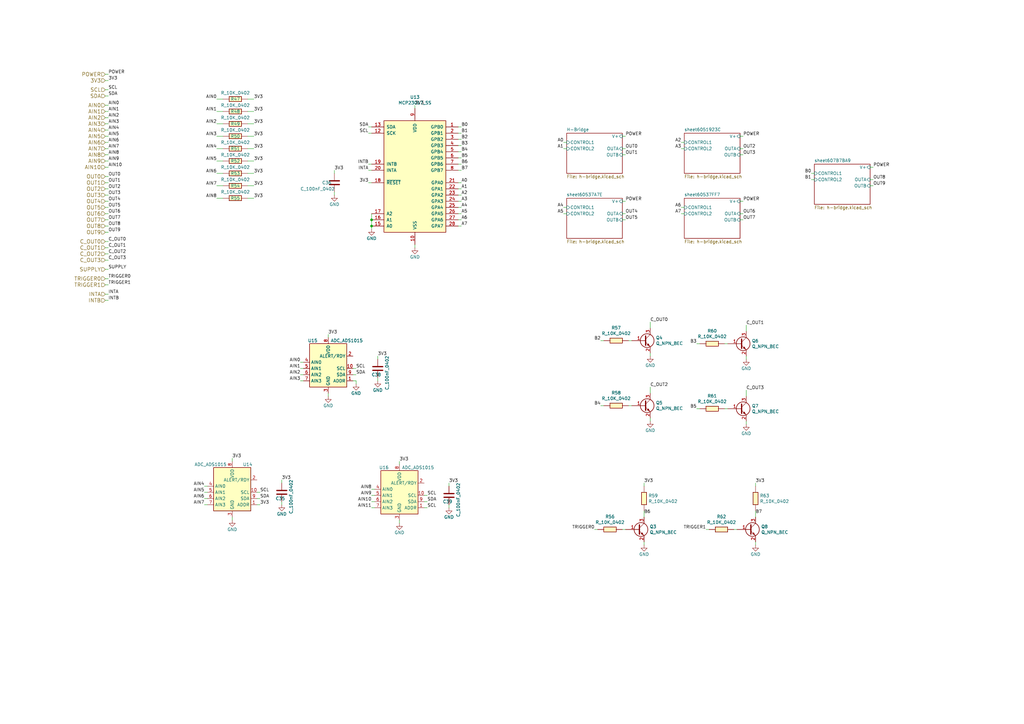
<source format=kicad_sch>
(kicad_sch (version 20211123) (generator eeschema)
  (paper "A3")
  (lib_symbols
    (symbol "Open_Automation:ADC_ADS1015"
      (property "Reference" "U" (at 2.54 13.97 0))
      (property "Value" "Open_Automation_ADC_ADS1015" (at 7.62 11.43 0))
      (symbol "ADC_ADS1015_0_1"
        (rectangle (start -7.62 10.16) (end 7.62 -7.62) (stroke (width 0.254)) (fill (type background)))
      )
      (symbol "ADC_ADS1015_1_1"
        (pin input line (at 10.16 -5.08 180) (length 2.54) (name "ADDR") (number "1"))
        (pin input line (at 10.16 0 180) (length 2.54) (name "SCL") (number "10"))
        (pin output line (at 10.16 5.08 180) (length 2.54) (name "ALERT/RDY") (number "2"))
        (pin power_in line (at 0 -10.16 90) (length 2.54) (name "GND") (number "3"))
        (pin input line (at -10.16 2.54 0) (length 2.54) (name "AIN0") (number "4"))
        (pin input line (at -10.16 0 0) (length 2.54) (name "AIN1") (number "5"))
        (pin input line (at -10.16 -2.54 0) (length 2.54) (name "AIN2") (number "6"))
        (pin input line (at -10.16 -5.08 0) (length 2.54) (name "AIN3") (number "7"))
        (pin power_in line (at 0 12.7 270) (length 2.54) (name "VDD") (number "8"))
        (pin bidirectional line (at 10.16 -2.54 180) (length 2.54) (name "SDA") (number "9"))
      )
    )
    (symbol "Open_Automation:C_100nF_0402" (pin_numbers hide) (pin_names (offset 0.254))
      (property "Reference" "C" (at 0.635 2.54 0))
      (property "Value" "Open_Automation_C_100nF_0402" (at -5.715 -2.54 0))
      (symbol "C_100nF_0402_0_1"
        (polyline (pts (xy -2.032 -0.762) (xy 2.032 -0.762)) (stroke (width 0.508)))
        (polyline (pts (xy -2.032 0.762) (xy 2.032 0.762)) (stroke (width 0.508)))
      )
      (symbol "C_100nF_0402_1_1"
        (pin passive line (at 0 3.81 270) (length 2.794) (name "~") (number "1"))
        (pin passive line (at 0 -3.81 90) (length 2.794) (name "~") (number "2"))
      )
    )
    (symbol "Open_Automation:MCP23017_SS" (pin_names (offset 1.016))
      (property "Reference" "U" (at -11.43 24.13 0))
      (property "Value" "Open_Automation_MCP23017_SS" (at 0 0 0))
      (symbol "MCP23017_SS_0_1"
        (rectangle (start -12.7 22.86) (end 12.7 -22.86) (stroke (width 0.254)) (fill (type background)))
      )
      (symbol "MCP23017_SS_1_1"
        (pin bidirectional line (at 17.78 20.32 180) (length 5.08) (name "GPB0") (number "1"))
        (pin power_in line (at 0 -27.94 90) (length 5.08) (name "VSS") (number "10"))
        (pin no_connect line (at -12.7 15.24 0) (length 5.08) hide (name "NC") (number "11"))
        (pin input line (at -17.78 17.78 0) (length 5.08) (name "SCK") (number "12"))
        (pin bidirectional line (at -17.78 20.32 0) (length 5.08) (name "SDA") (number "13"))
        (pin no_connect line (at -12.7 12.7 0) (length 5.08) hide (name "NC") (number "14"))
        (pin input line (at -17.78 -20.32 0) (length 5.08) (name "A0") (number "15"))
        (pin input line (at -17.78 -17.78 0) (length 5.08) (name "A1") (number "16"))
        (pin input line (at -17.78 -15.24 0) (length 5.08) (name "A2") (number "17"))
        (pin input line (at -17.78 -2.54 0) (length 5.08) (name "~{RESET}") (number "18"))
        (pin tri_state line (at -17.78 5.08 0) (length 5.08) (name "INTB") (number "19"))
        (pin bidirectional line (at 17.78 17.78 180) (length 5.08) (name "GPB1") (number "2"))
        (pin tri_state line (at -17.78 2.54 0) (length 5.08) (name "INTA") (number "20"))
        (pin bidirectional line (at 17.78 -2.54 180) (length 5.08) (name "GPA0") (number "21"))
        (pin bidirectional line (at 17.78 -5.08 180) (length 5.08) (name "GPA1") (number "22"))
        (pin bidirectional line (at 17.78 -7.62 180) (length 5.08) (name "GPA2") (number "23"))
        (pin bidirectional line (at 17.78 -10.16 180) (length 5.08) (name "GPA3") (number "24"))
        (pin bidirectional line (at 17.78 -12.7 180) (length 5.08) (name "GPA4") (number "25"))
        (pin bidirectional line (at 17.78 -15.24 180) (length 5.08) (name "GPA5") (number "26"))
        (pin bidirectional line (at 17.78 -17.78 180) (length 5.08) (name "GPA6") (number "27"))
        (pin bidirectional line (at 17.78 -20.32 180) (length 5.08) (name "GPA7") (number "28"))
        (pin bidirectional line (at 17.78 15.24 180) (length 5.08) (name "GPB2") (number "3"))
        (pin bidirectional line (at 17.78 12.7 180) (length 5.08) (name "GPB3") (number "4"))
        (pin bidirectional line (at 17.78 10.16 180) (length 5.08) (name "GPB4") (number "5"))
        (pin bidirectional line (at 17.78 7.62 180) (length 5.08) (name "GPB5") (number "6"))
        (pin bidirectional line (at 17.78 5.08 180) (length 5.08) (name "GPB6") (number "7"))
        (pin bidirectional line (at 17.78 2.54 180) (length 5.08) (name "GPB7") (number "8"))
        (pin power_in line (at 0 27.94 270) (length 5.08) (name "VDD") (number "9"))
      )
    )
    (symbol "Open_Automation:Q_NPN_BEC" (pin_names (offset 0) hide)
      (property "Reference" "Q" (at 5.08 1.27 0))
      (property "Value" "Open_Automation_Q_NPN_BEC" (at 5.08 -1.27 0))
      (symbol "Q_NPN_BEC_0_1"
        (polyline (pts (xy 0.635 0.635) (xy 2.54 2.54)))
        (polyline (pts (xy 0.635 -0.635) (xy 2.54 -2.54) (xy 2.54 -2.54)))
        (polyline (pts (xy 0.635 1.905) (xy 0.635 -1.905) (xy 0.635 -1.905)) (stroke (width 0.508)))
        (polyline (pts (xy 1.27 -1.778) (xy 1.778 -1.27) (xy 2.286 -2.286) (xy 1.27 -1.778) (xy 1.27 -1.778)) (fill (type outline)))
        (circle (center 1.27 0) (radius 2.8194) (stroke (width 0.254)))
      )
      (symbol "Q_NPN_BEC_1_1"
        (pin input line (at -5.08 0 0) (length 5.715) (name "B") (number "1"))
        (pin passive line (at 2.54 -5.08 90) (length 2.54) (name "E") (number "2"))
        (pin passive line (at 2.54 5.08 270) (length 2.54) (name "C") (number "3"))
      )
    )
    (symbol "Open_Automation:R_10K_0402" (pin_numbers hide) (pin_names (offset 0))
      (property "Reference" "R" (at 0 0 90))
      (property "Value" "Open_Automation_R_10K_0402" (at -1.905 0 90))
      (symbol "R_10K_0402_0_1"
        (rectangle (start -1.016 -2.54) (end 1.016 2.54) (stroke (width 0.254)) (fill (type background)))
      )
      (symbol "R_10K_0402_1_1"
        (pin passive line (at 0 -5.08 90) (length 2.54) (name "~") (number "1"))
        (pin passive line (at 0 5.08 270) (length 2.54) (name "~") (number "2"))
      )
    )
    (symbol "open-dash-daughterboard-rescue:GND-open-automation" (power) (pin_names (offset 0))
      (property "Value" "open-dash-daughterboard-rescue_GND-open-automation" (at 0 -3.81 0))
      (symbol "GND-open-automation_0_1"
        (polyline (pts (xy 0 0) (xy 0 -1.27) (xy 1.27 -1.27) (xy 0 -2.54) (xy -1.27 -1.27) (xy 0 -1.27)))
      )
      (symbol "GND-open-automation_1_1"
        (pin power_in line (at 0 0 270) (length 0) hide (name "GND") (number "1"))
      )
    )
    (symbol "open-dash-daughterboard-rescue:GND-power" (power) (pin_names (offset 0))
      (property "Value" "open-dash-daughterboard-rescue_GND-power" (at 0 -3.81 0))
      (symbol "GND-power_0_1"
        (polyline (pts (xy 0 0) (xy 0 -1.27) (xy 1.27 -1.27) (xy 0 -2.54) (xy -1.27 -1.27) (xy 0 -1.27)))
      )
      (symbol "GND-power_1_1"
        (pin power_in line (at 0 0 270) (length 0) hide (name "GND") (number "1"))
      )
    )
  )
  (junction (at 152.4 92.71))
  (junction (at 152.4 90.17))
  (wire (pts (xy 44.45 45.72) (xy 43.18 45.72)))
  (wire (pts (xy 189.23 74.93) (xy 187.96 74.93)))
  (wire (pts (xy 43.18 110.49) (xy 44.45 110.49)))
  (wire (pts (xy 358.14 76.2) (xy 356.87 76.2)))
  (wire (pts (xy 43.18 95.25) (xy 44.45 95.25)))
  (wire (pts (xy 43.18 90.17) (xy 44.45 90.17)))
  (wire (pts (xy 264.16 223.52) (xy 264.16 222.25)))
  (wire (pts (xy 246.38 139.7) (xy 247.65 139.7)))
  (wire (pts (xy 44.45 66.04) (xy 43.18 66.04)))
  (wire (pts (xy 44.45 36.83) (xy 43.18 36.83)))
  (wire (pts (xy 137.16 69.85) (xy 137.16 71.12)))
  (wire (pts (xy 152.4 92.71) (xy 152.4 90.17)))
  (wire (pts (xy 231.14 60.96) (xy 232.41 60.96)))
  (wire (pts (xy 152.4 203.2) (xy 153.67 203.2)))
  (wire (pts (xy 264.16 198.12) (xy 264.16 199.39)))
  (wire (pts (xy 152.4 200.66) (xy 153.67 200.66)))
  (wire (pts (xy 175.26 208.28) (xy 173.99 208.28)))
  (wire (pts (xy 256.54 90.17) (xy 255.27 90.17)))
  (wire (pts (xy 257.81 166.37) (xy 259.08 166.37)))
  (wire (pts (xy 187.96 82.55) (xy 189.23 82.55)))
  (wire (pts (xy 256.54 60.96) (xy 255.27 60.96)))
  (wire (pts (xy 306.07 173.99) (xy 306.07 172.72)))
  (wire (pts (xy 256.54 82.55) (xy 255.27 82.55)))
  (wire (pts (xy 83.82 199.39) (xy 85.09 199.39)))
  (wire (pts (xy 95.25 213.36) (xy 95.25 212.09)))
  (wire (pts (xy 257.81 139.7) (xy 259.08 139.7)))
  (wire (pts (xy 101.6 60.96) (xy 104.14 60.96)))
  (wire (pts (xy 151.13 74.93) (xy 152.4 74.93)))
  (wire (pts (xy 304.8 55.88) (xy 303.53 55.88)))
  (wire (pts (xy 44.45 63.5) (xy 43.18 63.5)))
  (wire (pts (xy 279.4 87.63) (xy 280.67 87.63)))
  (wire (pts (xy 134.62 138.43) (xy 134.62 137.16)))
  (wire (pts (xy 256.54 63.5) (xy 255.27 63.5)))
  (wire (pts (xy 91.44 81.28) (xy 88.9 81.28)))
  (wire (pts (xy 309.88 209.55) (xy 309.88 212.09)))
  (wire (pts (xy 101.6 71.12) (xy 104.14 71.12)))
  (wire (pts (xy 154.94 146.05) (xy 154.94 147.32)))
  (wire (pts (xy 105.41 204.47) (xy 106.68 204.47)))
  (wire (pts (xy 101.6 45.72) (xy 104.14 45.72)))
  (wire (pts (xy 146.05 156.21) (xy 144.78 156.21)))
  (wire (pts (xy 85.09 201.93) (xy 83.82 201.93)))
  (wire (pts (xy 266.7 146.05) (xy 266.7 144.78)))
  (wire (pts (xy 306.07 147.32) (xy 306.07 146.05)))
  (wire (pts (xy 189.23 62.23) (xy 187.96 62.23)))
  (wire (pts (xy 231.14 58.42) (xy 232.41 58.42)))
  (wire (pts (xy 91.44 50.8) (xy 88.9 50.8)))
  (wire (pts (xy 163.83 214.63) (xy 163.83 213.36)))
  (wire (pts (xy 151.13 54.61) (xy 152.4 54.61)))
  (wire (pts (xy 285.75 140.97) (xy 287.02 140.97)))
  (wire (pts (xy 106.68 201.93) (xy 105.41 201.93)))
  (wire (pts (xy 309.88 198.12) (xy 309.88 199.39)))
  (wire (pts (xy 153.67 205.74) (xy 152.4 205.74)))
  (wire (pts (xy 91.44 40.64) (xy 88.9 40.64)))
  (wire (pts (xy 151.13 52.07) (xy 152.4 52.07)))
  (wire (pts (xy 189.23 67.31) (xy 187.96 67.31)))
  (wire (pts (xy 91.44 76.2) (xy 88.9 76.2)))
  (wire (pts (xy 101.6 76.2) (xy 104.14 76.2)))
  (wire (pts (xy 43.18 114.3) (xy 44.45 114.3)))
  (wire (pts (xy 304.8 82.55) (xy 303.53 82.55)))
  (wire (pts (xy 170.18 43.18) (xy 170.18 44.45)))
  (wire (pts (xy 151.13 69.85) (xy 152.4 69.85)))
  (wire (pts (xy 189.23 57.15) (xy 187.96 57.15)))
  (wire (pts (xy 43.18 82.55) (xy 44.45 82.55)))
  (wire (pts (xy 189.23 90.17) (xy 187.96 90.17)))
  (wire (pts (xy 101.6 81.28) (xy 104.14 81.28)))
  (wire (pts (xy 44.45 55.88) (xy 43.18 55.88)))
  (wire (pts (xy 187.96 87.63) (xy 189.23 87.63)))
  (wire (pts (xy 44.45 120.65) (xy 43.18 120.65)))
  (wire (pts (xy 101.6 50.8) (xy 104.14 50.8)))
  (wire (pts (xy 44.45 123.19) (xy 43.18 123.19)))
  (wire (pts (xy 189.23 52.07) (xy 187.96 52.07)))
  (wire (pts (xy 231.14 85.09) (xy 232.41 85.09)))
  (wire (pts (xy 187.96 69.85) (xy 189.23 69.85)))
  (wire (pts (xy 44.45 43.18) (xy 43.18 43.18)))
  (wire (pts (xy 187.96 54.61) (xy 189.23 54.61)))
  (wire (pts (xy 175.26 203.2) (xy 173.99 203.2)))
  (wire (pts (xy 300.99 217.17) (xy 302.26 217.17)))
  (wire (pts (xy 115.57 196.85) (xy 115.57 198.12)))
  (wire (pts (xy 152.4 92.71) (xy 152.4 93.98)))
  (wire (pts (xy 44.45 48.26) (xy 43.18 48.26)))
  (wire (pts (xy 43.18 106.68) (xy 44.45 106.68)))
  (wire (pts (xy 187.96 64.77) (xy 189.23 64.77)))
  (wire (pts (xy 43.18 87.63) (xy 44.45 87.63)))
  (wire (pts (xy 106.68 207.01) (xy 105.41 207.01)))
  (wire (pts (xy 43.18 101.6) (xy 44.45 101.6)))
  (wire (pts (xy 173.99 205.74) (xy 175.26 205.74)))
  (wire (pts (xy 43.18 104.14) (xy 44.45 104.14)))
  (wire (pts (xy 44.45 50.8) (xy 43.18 50.8)))
  (wire (pts (xy 44.45 39.37) (xy 43.18 39.37)))
  (wire (pts (xy 43.18 92.71) (xy 44.45 92.71)))
  (wire (pts (xy 43.18 85.09) (xy 44.45 85.09)))
  (wire (pts (xy 85.09 207.01) (xy 83.82 207.01)))
  (wire (pts (xy 146.05 151.13) (xy 144.78 151.13)))
  (wire (pts (xy 43.18 74.93) (xy 44.45 74.93)))
  (wire (pts (xy 184.15 207.01) (xy 184.15 208.28)))
  (wire (pts (xy 91.44 66.04) (xy 88.9 66.04)))
  (wire (pts (xy 304.8 63.5) (xy 303.53 63.5)))
  (wire (pts (xy 123.19 153.67) (xy 124.46 153.67)))
  (wire (pts (xy 144.78 153.67) (xy 146.05 153.67)))
  (wire (pts (xy 152.4 208.28) (xy 153.67 208.28)))
  (wire (pts (xy 146.05 157.48) (xy 146.05 156.21)))
  (wire (pts (xy 279.4 60.96) (xy 280.67 60.96)))
  (wire (pts (xy 306.07 133.35) (xy 306.07 135.89)))
  (wire (pts (xy 123.19 156.21) (xy 124.46 156.21)))
  (wire (pts (xy 163.83 190.5) (xy 163.83 189.23)))
  (wire (pts (xy 255.27 217.17) (xy 256.54 217.17)))
  (wire (pts (xy 187.96 59.69) (xy 189.23 59.69)))
  (wire (pts (xy 187.96 92.71) (xy 189.23 92.71)))
  (wire (pts (xy 187.96 77.47) (xy 189.23 77.47)))
  (wire (pts (xy 309.88 223.52) (xy 309.88 222.25)))
  (wire (pts (xy 91.44 45.72) (xy 88.9 45.72)))
  (wire (pts (xy 91.44 71.12) (xy 88.9 71.12)))
  (wire (pts (xy 266.7 172.72) (xy 266.7 171.45)))
  (wire (pts (xy 101.6 55.88) (xy 104.14 55.88)))
  (wire (pts (xy 266.7 158.75) (xy 266.7 161.29)))
  (wire (pts (xy 285.75 167.64) (xy 287.02 167.64)))
  (wire (pts (xy 332.74 71.12) (xy 334.01 71.12)))
  (wire (pts (xy 151.13 67.31) (xy 152.4 67.31)))
  (wire (pts (xy 306.07 160.02) (xy 306.07 162.56)))
  (wire (pts (xy 154.94 154.94) (xy 154.94 156.21)))
  (wire (pts (xy 184.15 198.12) (xy 184.15 199.39)))
  (wire (pts (xy 95.25 189.23) (xy 95.25 187.96)))
  (wire (pts (xy 358.14 73.66) (xy 356.87 73.66)))
  (wire (pts (xy 243.84 217.17) (xy 245.11 217.17)))
  (wire (pts (xy 44.45 33.02) (xy 43.18 33.02)))
  (wire (pts (xy 123.19 151.13) (xy 124.46 151.13)))
  (wire (pts (xy 44.45 30.48) (xy 43.18 30.48)))
  (wire (pts (xy 83.82 204.47) (xy 85.09 204.47)))
  (wire (pts (xy 266.7 132.08) (xy 266.7 134.62)))
  (wire (pts (xy 358.14 68.58) (xy 356.87 68.58)))
  (wire (pts (xy 123.19 148.59) (xy 124.46 148.59)))
  (wire (pts (xy 189.23 85.09) (xy 187.96 85.09)))
  (wire (pts (xy 304.8 87.63) (xy 303.53 87.63)))
  (wire (pts (xy 44.45 53.34) (xy 43.18 53.34)))
  (wire (pts (xy 44.45 77.47) (xy 43.18 77.47)))
  (wire (pts (xy 332.74 73.66) (xy 334.01 73.66)))
  (wire (pts (xy 43.18 99.06) (xy 44.45 99.06)))
  (wire (pts (xy 44.45 80.01) (xy 43.18 80.01)))
  (wire (pts (xy 44.45 60.96) (xy 43.18 60.96)))
  (wire (pts (xy 170.18 101.6) (xy 170.18 100.33)))
  (wire (pts (xy 44.45 68.58) (xy 43.18 68.58)))
  (wire (pts (xy 91.44 60.96) (xy 88.9 60.96)))
  (wire (pts (xy 246.38 166.37) (xy 247.65 166.37)))
  (wire (pts (xy 152.4 87.63) (xy 152.4 90.17)))
  (wire (pts (xy 256.54 87.63) (xy 255.27 87.63)))
  (wire (pts (xy 279.4 85.09) (xy 280.67 85.09)))
  (wire (pts (xy 279.4 58.42) (xy 280.67 58.42)))
  (wire (pts (xy 101.6 40.64) (xy 104.14 40.64)))
  (wire (pts (xy 297.18 140.97) (xy 298.45 140.97)))
  (wire (pts (xy 304.8 90.17) (xy 303.53 90.17)))
  (wire (pts (xy 44.45 58.42) (xy 43.18 58.42)))
  (wire (pts (xy 101.6 66.04) (xy 104.14 66.04)))
  (wire (pts (xy 91.44 55.88) (xy 88.9 55.88)))
  (wire (pts (xy 297.18 167.64) (xy 298.45 167.64)))
  (wire (pts (xy 137.16 78.74) (xy 137.16 80.01)))
  (wire (pts (xy 134.62 161.29) (xy 134.62 162.56)))
  (wire (pts (xy 43.18 72.39) (xy 44.45 72.39)))
  (wire (pts (xy 44.45 116.84) (xy 43.18 116.84)))
  (wire (pts (xy 115.57 205.74) (xy 115.57 207.01)))
  (wire (pts (xy 256.54 55.88) (xy 255.27 55.88)))
  (wire (pts (xy 264.16 209.55) (xy 264.16 212.09)))
  (wire (pts (xy 289.56 217.17) (xy 290.83 217.17)))
  (wire (pts (xy 231.14 87.63) (xy 232.41 87.63)))
  (wire (pts (xy 304.8 60.96) (xy 303.53 60.96)))
  (wire (pts (xy 189.23 80.01) (xy 187.96 80.01)))
  (label "POWER" (at 358.14 68.58 0))
  (label "AIN3" (at 123.19 156.21 180))
  (label "AIN4" (at 88.9 60.96 180))
  (label "3V3" (at 134.62 137.16 0))
  (label "AIN2" (at 44.45 48.26 0))
  (label "OUT9" (at 358.14 76.2 0))
  (label "3V3" (at 104.14 76.2 0))
  (label "OUT0" (at 256.54 60.96 0))
  (label "OUT4" (at 44.45 82.55 0))
  (label "SDA" (at 146.05 153.67 0))
  (label "OUT4" (at 256.54 87.63 0))
  (label "A1" (at 189.23 77.47 0))
  (label "B3" (at 285.75 140.97 180))
  (label "OUT0" (at 44.45 72.39 0))
  (label "B2" (at 189.23 57.15 0))
  (label "AIN7" (at 88.9 76.2 180))
  (label "INTB" (at 44.45 123.19 0))
  (label "B4" (at 189.23 62.23 0))
  (label "AIN7" (at 44.45 60.96 0))
  (label "OUT6" (at 44.45 87.63 0))
  (label "3V3" (at 264.16 198.12 0))
  (label "AIN9" (at 44.45 66.04 0))
  (label "SDA" (at 106.68 204.47 0))
  (label "B5" (at 189.23 64.77 0))
  (label "3V3" (at 104.14 40.64 0))
  (label "AIN2" (at 88.9 50.8 180))
  (label "AIN6" (at 83.82 204.47 180))
  (label "AIN6" (at 88.9 71.12 180))
  (label "OUT5" (at 44.45 85.09 0))
  (label "SDA" (at 175.26 205.74 0))
  (label "OUT3" (at 304.8 63.5 0))
  (label "C_OUT2" (at 266.7 158.75 0))
  (label "B0" (at 189.23 52.07 0))
  (label "SCL" (at 146.05 151.13 0))
  (label "C_OUT0" (at 44.45 99.06 0))
  (label "AIN1" (at 44.45 45.72 0))
  (label "AIN10" (at 152.4 205.74 180))
  (label "AIN3" (at 88.9 55.88 180))
  (label "A4" (at 189.23 85.09 0))
  (label "A2" (at 189.23 80.01 0))
  (label "SDA" (at 44.45 39.37 0))
  (label "3V3" (at 115.57 196.85 0))
  (label "B6" (at 189.23 67.31 0))
  (label "B7" (at 189.23 69.85 0))
  (label "C_OUT1" (at 44.45 101.6 0))
  (label "SCL" (at 175.26 203.2 0))
  (label "C_OUT2" (at 44.45 104.14 0))
  (label "3V3" (at 104.14 50.8 0))
  (label "SCL" (at 44.45 36.83 0))
  (label "A0" (at 189.23 74.93 0))
  (label "OUT7" (at 44.45 90.17 0))
  (label "INTA" (at 151.13 69.85 180))
  (label "TRIGGER0" (at 44.45 114.3 0))
  (label "AIN0" (at 123.19 148.59 180))
  (label "OUT5" (at 256.54 90.17 0))
  (label "B2" (at 246.38 139.7 180))
  (label "AIN0" (at 88.9 40.64 180))
  (label "AIN5" (at 88.9 66.04 180))
  (label "3V3" (at 151.13 74.93 180))
  (label "C_OUT3" (at 306.07 160.02 0))
  (label "TRIGGER1" (at 44.45 116.84 0))
  (label "OUT2" (at 44.45 77.47 0))
  (label "INTA" (at 44.45 120.65 0))
  (label "C_OUT1" (at 306.07 133.35 0))
  (label "3V3" (at 184.15 198.12 0))
  (label "SDA" (at 151.13 52.07 180))
  (label "A5" (at 189.23 87.63 0))
  (label "3V3" (at 104.14 71.12 0))
  (label "A5" (at 231.14 87.63 180))
  (label "TRIGGER1" (at 289.56 217.17 180))
  (label "OUT1" (at 256.54 63.5 0))
  (label "B4" (at 246.38 166.37 180))
  (label "A7" (at 279.4 87.63 180))
  (label "AIN8" (at 44.45 63.5 0))
  (label "OUT6" (at 304.8 87.63 0))
  (label "3V3" (at 137.16 69.85 0))
  (label "B6" (at 264.16 210.82 0))
  (label "A6" (at 189.23 90.17 0))
  (label "B1" (at 332.74 73.66 180))
  (label "AIN1" (at 88.9 45.72 180))
  (label "POWER" (at 304.8 55.88 0))
  (label "3V3" (at 104.14 55.88 0))
  (label "B0" (at 332.74 71.12 180))
  (label "3V3" (at 170.18 43.18 0))
  (label "AIN7" (at 83.82 207.01 180))
  (label "AIN3" (at 44.45 50.8 0))
  (label "B3" (at 189.23 59.69 0))
  (label "3V3" (at 106.68 207.01 0))
  (label "SUPPLY" (at 44.45 110.49 0))
  (label "3V3" (at 163.83 189.23 0))
  (label "3V3" (at 104.14 45.72 0))
  (label "INTB" (at 151.13 67.31 180))
  (label "AIN1" (at 123.19 151.13 180))
  (label "3V3" (at 154.94 146.05 0))
  (label "OUT2" (at 304.8 60.96 0))
  (label "B1" (at 189.23 54.61 0))
  (label "3V3" (at 104.14 66.04 0))
  (label "AIN6" (at 44.45 58.42 0))
  (label "A6" (at 279.4 85.09 180))
  (label "C_OUT3" (at 44.45 106.68 0))
  (label "OUT9" (at 44.45 95.25 0))
  (label "SCL" (at 151.13 54.61 180))
  (label "C_OUT0" (at 266.7 132.08 0))
  (label "3V3" (at 104.14 81.28 0))
  (label "A3" (at 279.4 60.96 180))
  (label "AIN5" (at 83.82 201.93 180))
  (label "AIN2" (at 123.19 153.67 180))
  (label "POWER" (at 304.8 82.55 0))
  (label "A0" (at 231.14 58.42 180))
  (label "3V3" (at 104.14 60.96 0))
  (label "OUT8" (at 44.45 92.71 0))
  (label "AIN4" (at 44.45 53.34 0))
  (label "POWER" (at 256.54 82.55 0))
  (label "A1" (at 231.14 60.96 180))
  (label "SCL" (at 175.26 208.28 0))
  (label "OUT8" (at 358.14 73.66 0))
  (label "POWER" (at 44.45 30.48 0))
  (label "B7" (at 309.88 210.82 0))
  (label "OUT1" (at 44.45 74.93 0))
  (label "AIN4" (at 83.82 199.39 180))
  (label "3V3" (at 95.25 187.96 0))
  (label "A4" (at 231.14 85.09 180))
  (label "B5" (at 285.75 167.64 180))
  (label "3V3" (at 44.45 33.02 0))
  (label "A7" (at 189.23 92.71 0))
  (label "TRIGGER0" (at 243.84 217.17 180))
  (label "POWER" (at 256.54 55.88 0))
  (label "SCL" (at 106.68 201.93 0))
  (label "3V3" (at 309.88 198.12 0))
  (label "AIN10" (at 44.45 68.58 0))
  (label "A3" (at 189.23 82.55 0))
  (label "OUT3" (at 44.45 80.01 0))
  (label "AIN11" (at 152.4 208.28 180))
  (label "OUT7" (at 304.8 90.17 0))
  (label "A2" (at 279.4 58.42 180))
  (label "AIN8" (at 152.4 200.66 180))
  (label "AIN0" (at 44.45 43.18 0))
  (label "AIN5" (at 44.45 55.88 0))
  (label "AIN9" (at 152.4 203.2 180))
  (label "AIN8" (at 88.9 81.28 180))
  (hierarchical_label "AIN3" (shape input) (at 43.18 50.8 180) (effects (font (size 1.524 1.524))))
  (hierarchical_label "SCL" (shape input) (at 43.18 36.83 180) (effects (font (size 1.524 1.524))))
  (hierarchical_label "OUT9" (shape input) (at 43.18 95.25 180) (effects (font (size 1.524 1.524))))
  (hierarchical_label "AIN9" (shape input) (at 43.18 66.04 180) (effects (font (size 1.524 1.524))))
  (hierarchical_label "TRIGGER1" (shape input) (at 43.18 116.84 180) (effects (font (size 1.524 1.524))))
  (hierarchical_label "OUT0" (shape input) (at 43.18 72.39 180) (effects (font (size 1.524 1.524))))
  (hierarchical_label "INTB" (shape input) (at 43.18 123.19 180) (effects (font (size 1.524 1.524))))
  (hierarchical_label "C_OUT2" (shape input) (at 43.18 104.14 180) (effects (font (size 1.524 1.524))))
  (hierarchical_label "INTA" (shape input) (at 43.18 120.65 180) (effects (font (size 1.524 1.524))))
  (hierarchical_label "C_OUT1" (shape input) (at 43.18 101.6 180) (effects (font (size 1.524 1.524))))
  (hierarchical_label "AIN10" (shape input) (at 43.18 68.58 180) (effects (font (size 1.524 1.524))))
  (hierarchical_label "OUT7" (shape input) (at 43.18 90.17 180) (effects (font (size 1.524 1.524))))
  (hierarchical_label "OUT2" (shape input) (at 43.18 77.47 180) (effects (font (size 1.524 1.524))))
  (hierarchical_label "OUT1" (shape input) (at 43.18 74.93 180) (effects (font (size 1.524 1.524))))
  (hierarchical_label "AIN4" (shape input) (at 43.18 53.34 180) (effects (font (size 1.524 1.524))))
  (hierarchical_label "OUT6" (shape input) (at 43.18 87.63 180) (effects (font (size 1.524 1.524))))
  (hierarchical_label "AIN0" (shape input) (at 43.18 43.18 180) (effects (font (size 1.524 1.524))))
  (hierarchical_label "OUT5" (shape input) (at 43.18 85.09 180) (effects (font (size 1.524 1.524))))
  (hierarchical_label "C_OUT0" (shape input) (at 43.18 99.06 180) (effects (font (size 1.524 1.524))))
  (hierarchical_label "TRIGGER0" (shape input) (at 43.18 114.3 180) (effects (font (size 1.524 1.524))))
  (hierarchical_label "AIN6" (shape input) (at 43.18 58.42 180) (effects (font (size 1.524 1.524))))
  (hierarchical_label "SUPPLY" (shape input) (at 43.18 110.49 180) (effects (font (size 1.524 1.524))))
  (hierarchical_label "C_OUT3" (shape input) (at 43.18 106.68 180) (effects (font (size 1.524 1.524))))
  (hierarchical_label "AIN8" (shape input) (at 43.18 63.5 180) (effects (font (size 1.524 1.524))))
  (hierarchical_label "AIN7" (shape input) (at 43.18 60.96 180) (effects (font (size 1.524 1.524))))
  (hierarchical_label "AIN1" (shape input) (at 43.18 45.72 180) (effects (font (size 1.524 1.524))))
  (hierarchical_label "AIN2" (shape input) (at 43.18 48.26 180) (effects (font (size 1.524 1.524))))
  (hierarchical_label "SDA" (shape input) (at 43.18 39.37 180) (effects (font (size 1.524 1.524))))
  (hierarchical_label "POWER" (shape input) (at 43.18 30.48 180) (effects (font (size 1.524 1.524))))
  (hierarchical_label "AIN5" (shape input) (at 43.18 55.88 180) (effects (font (size 1.524 1.524))))
  (hierarchical_label "OUT3" (shape input) (at 43.18 80.01 180) (effects (font (size 1.524 1.524))))
  (hierarchical_label "OUT4" (shape input) (at 43.18 82.55 180) (effects (font (size 1.524 1.524))))
  (hierarchical_label "3V3" (shape input) (at 43.18 33.02 180) (effects (font (size 1.524 1.524))))
  (hierarchical_label "OUT8" (shape input) (at 43.18 92.71 180) (effects (font (size 1.524 1.524))))
  (symbol (lib_id "open-dash-daughterboard-rescue:GND-open-automation") (at 152.4 93.98 0)
    (property "Reference" "#PWR096" (effects hide))
    (property "Value" "GND" (at 152.4 97.79 0))
  )
  (symbol (lib_id "Open_Automation:R_10K_0402") (at 96.52 40.64 270)
    (property "Reference" "R47" (at 96.52 40.64 90))
    (property "Value" "R_10K_0402" (at 96.52 38.1 90))
    (property "Footprint" "Resistor_SMD:R_0402_1005Metric_Pad0.72x0.64mm_HandSolder" (effects hide))
    (property "Datasheet" "https://datasheet.lcsc.com/szlcsc/Uniroyal-Elec-0402WGF1002TCE_C25744.pdf" (effects hide))
    (property "Part Number" "0402WGF1002TCE" (effects hide))
    (property "LCSC" "C25744" (effects hide))
  )
  (symbol (lib_id "Open_Automation:R_10K_0402") (at 96.52 45.72 270)
    (property "Reference" "R48" (at 96.52 45.72 90))
    (property "Value" "R_10K_0402" (at 96.52 43.18 90))
    (property "Footprint" "Resistor_SMD:R_0402_1005Metric_Pad0.72x0.64mm_HandSolder" (effects hide))
    (property "Datasheet" "https://datasheet.lcsc.com/szlcsc/Uniroyal-Elec-0402WGF1002TCE_C25744.pdf" (effects hide))
    (property "Part Number" "0402WGF1002TCE" (effects hide))
    (property "LCSC" "C25744" (effects hide))
  )
  (symbol (lib_id "Open_Automation:R_10K_0402") (at 96.52 50.8 270)
    (property "Reference" "R49" (at 96.52 50.8 90))
    (property "Value" "R_10K_0402" (at 96.52 48.26 90))
    (property "Footprint" "Resistor_SMD:R_0402_1005Metric_Pad0.72x0.64mm_HandSolder" (effects hide))
    (property "Datasheet" "https://datasheet.lcsc.com/szlcsc/Uniroyal-Elec-0402WGF1002TCE_C25744.pdf" (effects hide))
    (property "Part Number" "0402WGF1002TCE" (effects hide))
    (property "LCSC" "C25744" (effects hide))
  )
  (symbol (lib_id "Open_Automation:R_10K_0402") (at 96.52 55.88 270)
    (property "Reference" "R50" (at 96.52 55.88 90))
    (property "Value" "R_10K_0402" (at 96.52 53.34 90))
    (property "Footprint" "Resistor_SMD:R_0402_1005Metric_Pad0.72x0.64mm_HandSolder" (effects hide))
    (property "Datasheet" "https://datasheet.lcsc.com/szlcsc/Uniroyal-Elec-0402WGF1002TCE_C25744.pdf" (effects hide))
    (property "Part Number" "0402WGF1002TCE" (effects hide))
    (property "LCSC" "C25744" (effects hide))
  )
  (symbol (lib_id "Open_Automation:R_10K_0402") (at 96.52 60.96 270)
    (property "Reference" "R51" (at 96.52 60.96 90))
    (property "Value" "R_10K_0402" (at 96.52 58.42 90))
    (property "Footprint" "Resistor_SMD:R_0402_1005Metric_Pad0.72x0.64mm_HandSolder" (effects hide))
    (property "Datasheet" "https://datasheet.lcsc.com/szlcsc/Uniroyal-Elec-0402WGF1002TCE_C25744.pdf" (effects hide))
    (property "Part Number" "0402WGF1002TCE" (effects hide))
    (property "LCSC" "C25744" (effects hide))
  )
  (symbol (lib_id "Open_Automation:R_10K_0402") (at 96.52 66.04 270)
    (property "Reference" "R52" (at 96.52 66.04 90))
    (property "Value" "R_10K_0402" (at 96.52 63.5 90))
    (property "Footprint" "Resistor_SMD:R_0402_1005Metric_Pad0.72x0.64mm_HandSolder" (effects hide))
    (property "Datasheet" "https://datasheet.lcsc.com/szlcsc/Uniroyal-Elec-0402WGF1002TCE_C25744.pdf" (effects hide))
    (property "Part Number" "0402WGF1002TCE" (effects hide))
    (property "LCSC" "C25744" (effects hide))
  )
  (symbol (lib_id "Open_Automation:R_10K_0402") (at 96.52 71.12 270)
    (property "Reference" "R53" (at 96.52 71.12 90))
    (property "Value" "R_10K_0402" (at 96.52 68.58 90))
    (property "Footprint" "Resistor_SMD:R_0402_1005Metric_Pad0.72x0.64mm_HandSolder" (effects hide))
    (property "Datasheet" "https://datasheet.lcsc.com/szlcsc/Uniroyal-Elec-0402WGF1002TCE_C25744.pdf" (effects hide))
    (property "Part Number" "0402WGF1002TCE" (effects hide))
    (property "LCSC" "C25744" (effects hide))
  )
  (symbol (lib_id "Open_Automation:R_10K_0402") (at 96.52 76.2 270)
    (property "Reference" "R54" (at 96.52 76.2 90))
    (property "Value" "R_10K_0402" (at 96.52 73.66 90))
    (property "Footprint" "Resistor_SMD:R_0402_1005Metric_Pad0.72x0.64mm_HandSolder" (effects hide))
    (property "Datasheet" "https://datasheet.lcsc.com/szlcsc/Uniroyal-Elec-0402WGF1002TCE_C25744.pdf" (effects hide))
    (property "Part Number" "0402WGF1002TCE" (effects hide))
    (property "LCSC" "C25744" (effects hide))
  )
  (symbol (lib_id "Open_Automation:R_10K_0402") (at 96.52 81.28 270)
    (property "Reference" "R55" (at 96.52 81.28 90))
    (property "Value" "R_10K_0402" (at 96.52 78.74 90))
    (property "Footprint" "Resistor_SMD:R_0402_1005Metric_Pad0.72x0.64mm_HandSolder" (effects hide))
    (property "Datasheet" "https://datasheet.lcsc.com/szlcsc/Uniroyal-Elec-0402WGF1002TCE_C25744.pdf" (effects hide))
    (property "Part Number" "0402WGF1002TCE" (effects hide))
    (property "LCSC" "C25744" (effects hide))
  )
  (symbol (lib_id "Open_Automation:Q_NPN_BEC") (at 264.16 139.7 0)
    (property "Reference" "Q4" (at 269.0114 138.5316 0) (effects (justify left)))
    (property "Value" "Q_NPN_BEC" (at 269.0114 140.843 0) (effects (justify left)))
    (property "Footprint" "Package_TO_SOT_SMD:SOT-23" (effects hide))
    (property "Datasheet" "https://datasheet.lcsc.com/szlcsc/Changjiang-Electronics-Tech-CJ-SS8050_C2150.pdf" (effects hide))
    (property "LCSC" "C2150" (effects hide))
    (property "Part Number" "SS8050" (effects hide))
  )
  (symbol (lib_id "Open_Automation:R_10K_0402") (at 252.73 139.7 270)
    (property "Reference" "R57" (at 252.73 134.4422 90))
    (property "Value" "R_10K_0402" (at 252.73 136.7536 90))
    (property "Footprint" "Resistor_SMD:R_0402_1005Metric_Pad0.72x0.64mm_HandSolder" (effects hide))
    (property "Datasheet" "https://datasheet.lcsc.com/szlcsc/Uniroyal-Elec-0402WGF1002TCE_C25744.pdf" (effects hide))
    (property "Part Number" "0402WGF1002TCE" (effects hide))
    (property "LCSC" "C25744" (effects hide))
  )
  (symbol (lib_id "open-dash-daughterboard-rescue:GND-open-automation") (at 266.7 146.05 0) (mirror y)
    (property "Reference" "#PWR0100" (effects hide))
    (property "Value" "GND" (at 266.7 149.86 0))
  )
  (symbol (lib_id "open-dash-daughterboard-rescue:GND-power") (at 137.16 80.01 0)
    (property "Reference" "#PWR0141" (effects hide))
    (property "Value" "GND" (at 137.16 83.82 0))
  )
  (symbol (lib_id "Open_Automation:Q_NPN_BEC") (at 303.53 140.97 0)
    (property "Reference" "Q6" (at 308.3814 139.8016 0) (effects (justify left)))
    (property "Value" "Q_NPN_BEC" (at 308.3814 142.113 0) (effects (justify left)))
    (property "Footprint" "Package_TO_SOT_SMD:SOT-23" (effects hide))
    (property "Datasheet" "https://datasheet.lcsc.com/szlcsc/Changjiang-Electronics-Tech-CJ-SS8050_C2150.pdf" (effects hide))
    (property "LCSC" "C2150" (effects hide))
    (property "Part Number" "SS8050" (effects hide))
  )
  (symbol (lib_id "Open_Automation:R_10K_0402") (at 292.1 140.97 270)
    (property "Reference" "R60" (at 292.1 135.7122 90))
    (property "Value" "R_10K_0402" (at 292.1 138.0236 90))
    (property "Footprint" "Resistor_SMD:R_0402_1005Metric_Pad0.72x0.64mm_HandSolder" (effects hide))
    (property "Datasheet" "https://datasheet.lcsc.com/szlcsc/Uniroyal-Elec-0402WGF1002TCE_C25744.pdf" (effects hide))
    (property "Part Number" "0402WGF1002TCE" (effects hide))
    (property "LCSC" "C25744" (effects hide))
  )
  (symbol (lib_id "open-dash-daughterboard-rescue:GND-open-automation") (at 306.07 147.32 0) (mirror y)
    (property "Reference" "#PWR0102" (effects hide))
    (property "Value" "GND" (at 306.07 151.13 0))
  )
  (symbol (lib_id "Open_Automation:Q_NPN_BEC") (at 264.16 166.37 0)
    (property "Reference" "Q5" (at 269.0114 165.2016 0) (effects (justify left)))
    (property "Value" "Q_NPN_BEC" (at 269.0114 167.513 0) (effects (justify left)))
    (property "Footprint" "Package_TO_SOT_SMD:SOT-23" (effects hide))
    (property "Datasheet" "https://datasheet.lcsc.com/szlcsc/Changjiang-Electronics-Tech-CJ-SS8050_C2150.pdf" (effects hide))
    (property "LCSC" "C2150" (effects hide))
    (property "Part Number" "SS8050" (effects hide))
  )
  (symbol (lib_id "Open_Automation:R_10K_0402") (at 252.73 166.37 270)
    (property "Reference" "R58" (at 252.73 161.1122 90))
    (property "Value" "R_10K_0402" (at 252.73 163.4236 90))
    (property "Footprint" "Resistor_SMD:R_0402_1005Metric_Pad0.72x0.64mm_HandSolder" (effects hide))
    (property "Datasheet" "https://datasheet.lcsc.com/szlcsc/Uniroyal-Elec-0402WGF1002TCE_C25744.pdf" (effects hide))
    (property "Part Number" "0402WGF1002TCE" (effects hide))
    (property "LCSC" "C25744" (effects hide))
  )
  (symbol (lib_id "open-dash-daughterboard-rescue:GND-open-automation") (at 266.7 172.72 0) (mirror y)
    (property "Reference" "#PWR0101" (effects hide))
    (property "Value" "GND" (at 266.7 176.53 0))
  )
  (symbol (lib_id "Open_Automation:Q_NPN_BEC") (at 303.53 167.64 0)
    (property "Reference" "Q7" (at 308.3814 166.4716 0) (effects (justify left)))
    (property "Value" "Q_NPN_BEC" (at 308.3814 168.783 0) (effects (justify left)))
    (property "Footprint" "Package_TO_SOT_SMD:SOT-23" (effects hide))
    (property "Datasheet" "https://datasheet.lcsc.com/szlcsc/Changjiang-Electronics-Tech-CJ-SS8050_C2150.pdf" (effects hide))
    (property "LCSC" "C2150" (effects hide))
    (property "Part Number" "SS8050" (effects hide))
  )
  (symbol (lib_id "Open_Automation:R_10K_0402") (at 292.1 167.64 270)
    (property "Reference" "R61" (at 292.1 162.3822 90))
    (property "Value" "R_10K_0402" (at 292.1 164.6936 90))
    (property "Footprint" "Resistor_SMD:R_0402_1005Metric_Pad0.72x0.64mm_HandSolder" (effects hide))
    (property "Datasheet" "https://datasheet.lcsc.com/szlcsc/Uniroyal-Elec-0402WGF1002TCE_C25744.pdf" (effects hide))
    (property "Part Number" "0402WGF1002TCE" (effects hide))
    (property "LCSC" "C25744" (effects hide))
  )
  (symbol (lib_id "open-dash-daughterboard-rescue:GND-open-automation") (at 306.07 173.99 0) (mirror y)
    (property "Reference" "#PWR0103" (effects hide))
    (property "Value" "GND" (at 306.07 177.8 0))
  )
  (symbol (lib_id "Open_Automation:ADC_ADS1015") (at 95.25 201.93 0) (unit 1)
    (property "Reference" "U14" (at 101.6 190.5 0))
    (property "Value" "ADC_ADS1015" (at 86.36 190.5 0))
    (property "Footprint" "Package_SO:MSOP-10_3x3mm_P0.5mm" (effects hide))
    (property "Datasheet" "https://datasheet.lcsc.com/szlcsc/Texas-Instruments-TI-ADS1115IDGSR_C37593.pdf" (effects hide))
    (property "Part Number" "ADS1115IDGSR" (effects hide))
    (property "LCSC" "C37593" (effects hide))
  )
  (symbol (lib_id "Open_Automation:C_100nF_0402") (at 137.16 74.93 0) (unit 1)
    (property "Reference" "C36" (at 132.08 74.93 0) (effects (justify left)))
    (property "Value" "C_100nF_0402" (at 123.19 77.47 0) (effects (justify left)))
    (property "Footprint" "Capacitor_SMD:C_0402_1005Metric_Pad0.74x0.62mm_HandSolder" (effects hide))
    (property "Datasheet" "https://datasheet.lcsc.com/szlcsc/Samsung-Electro-Mechanics-CL05B104KO5NNNC_C1525.pdf" (effects hide))
    (property "LCSC" "C1525" (effects hide))
    (property "Part Number" "CL05B104KO5NNNC" (effects hide))
  )
  (symbol (lib_id "open-dash-daughterboard-rescue:GND-power") (at 115.57 207.01 0)
    (property "Reference" "#PWR0140" (effects hide))
    (property "Value" "GND" (at 115.57 210.82 0))
  )
  (symbol (lib_id "Open_Automation:C_100nF_0402") (at 115.57 201.93 0) (unit 1)
    (property "Reference" "C35" (at 113.03 204.47 0) (effects (justify left)))
    (property "Value" "C_100nF_0402" (at 119.38 210.82 90) (effects (justify left)))
    (property "Footprint" "Capacitor_SMD:C_0402_1005Metric_Pad0.74x0.62mm_HandSolder" (effects hide))
    (property "Datasheet" "https://datasheet.lcsc.com/szlcsc/Samsung-Electro-Mechanics-CL05B104KO5NNNC_C1525.pdf" (effects hide))
    (property "LCSC" "C1525" (effects hide))
    (property "Part Number" "CL05B104KO5NNNC" (effects hide))
  )
  (symbol (lib_id "Open_Automation:ADC_ADS1015") (at 134.62 151.13 0) (unit 1)
    (property "Reference" "U15" (at 128.27 139.7 0))
    (property "Value" "ADC_ADS1015" (at 142.24 139.7 0))
    (property "Footprint" "Package_SO:MSOP-10_3x3mm_P0.5mm" (effects hide))
    (property "Datasheet" "https://datasheet.lcsc.com/szlcsc/Texas-Instruments-TI-ADS1115IDGSR_C37593.pdf" (effects hide))
    (property "Part Number" "ADS1115IDGSR" (effects hide))
    (property "LCSC" "C37593" (effects hide))
  )
  (symbol (lib_id "open-dash-daughterboard-rescue:GND-power") (at 154.94 156.21 0)
    (property "Reference" "#PWR0143" (effects hide))
    (property "Value" "GND" (at 154.94 160.02 0))
  )
  (symbol (lib_id "Open_Automation:C_100nF_0402") (at 154.94 151.13 0) (unit 1)
    (property "Reference" "C38" (at 152.4 153.67 0) (effects (justify left)))
    (property "Value" "C_100nF_0402" (at 158.75 160.02 90) (effects (justify left)))
    (property "Footprint" "Capacitor_SMD:C_0402_1005Metric_Pad0.74x0.62mm_HandSolder" (effects hide))
    (property "Datasheet" "https://datasheet.lcsc.com/szlcsc/Samsung-Electro-Mechanics-CL05B104KO5NNNC_C1525.pdf" (effects hide))
    (property "LCSC" "C1525" (effects hide))
    (property "Part Number" "CL05B104KO5NNNC" (effects hide))
  )
  (symbol (lib_id "open-dash-daughterboard-rescue:GND-power") (at 146.05 157.48 0)
    (property "Reference" "#PWR0144" (effects hide))
    (property "Value" "GND" (at 146.05 161.29 0))
  )
  (symbol (lib_id "Open_Automation:ADC_ADS1015") (at 163.83 203.2 0) (unit 1)
    (property "Reference" "U16" (at 157.48 191.77 0))
    (property "Value" "ADC_ADS1015" (at 171.45 191.77 0))
    (property "Footprint" "Package_SO:MSOP-10_3x3mm_P0.5mm" (effects hide))
    (property "Datasheet" "https://datasheet.lcsc.com/szlcsc/Texas-Instruments-TI-ADS1115IDGSR_C37593.pdf" (effects hide))
    (property "Part Number" "ADS1115IDGSR" (effects hide))
    (property "LCSC" "C37593" (effects hide))
  )
  (symbol (lib_id "open-dash-daughterboard-rescue:GND-power") (at 184.15 208.28 0)
    (property "Reference" "#PWR0145" (effects hide))
    (property "Value" "GND" (at 184.15 212.09 0))
  )
  (symbol (lib_id "Open_Automation:C_100nF_0402") (at 184.15 203.2 0) (unit 1)
    (property "Reference" "C39" (at 181.61 205.74 0) (effects (justify left)))
    (property "Value" "C_100nF_0402" (at 187.96 212.09 90) (effects (justify left)))
    (property "Footprint" "Capacitor_SMD:C_0402_1005Metric_Pad0.74x0.62mm_HandSolder" (effects hide))
    (property "Datasheet" "https://datasheet.lcsc.com/szlcsc/Samsung-Electro-Mechanics-CL05B104KO5NNNC_C1525.pdf" (effects hide))
    (property "LCSC" "C1525" (effects hide))
    (property "Part Number" "CL05B104KO5NNNC" (effects hide))
  )
  (symbol (lib_id "open-dash-daughterboard-rescue:GND-open-automation") (at 170.18 101.6 0)
    (property "Reference" "#PWR097" (effects hide))
    (property "Value" "GND" (at 170.18 105.41 0))
  )
  (symbol (lib_id "open-dash-daughterboard-rescue:GND-power") (at 95.25 213.36 0)
    (property "Reference" "#PWR0146" (effects hide))
    (property "Value" "GND" (at 95.25 217.17 0))
  )
  (symbol (lib_id "Open_Automation:Q_NPN_BEC") (at 307.34 217.17 0)
    (property "Reference" "Q8" (at 312.1914 216.0016 0) (effects (justify left)))
    (property "Value" "Q_NPN_BEC" (at 312.1914 218.313 0) (effects (justify left)))
    (property "Footprint" "Package_TO_SOT_SMD:SOT-23" (effects hide))
    (property "Datasheet" "https://datasheet.lcsc.com/szlcsc/Changjiang-Electronics-Tech-CJ-SS8050_C2150.pdf" (effects hide))
    (property "LCSC" "C2150" (effects hide))
    (property "Part Number" "SS8050" (effects hide))
  )
  (symbol (lib_id "Open_Automation:R_10K_0402") (at 309.88 204.47 0)
    (property "Reference" "R63" (at 311.658 203.3016 0) (effects (justify left)))
    (property "Value" "R_10K_0402" (at 311.658 205.613 0) (effects (justify left)))
    (property "Footprint" "Resistor_SMD:R_0402_1005Metric_Pad0.72x0.64mm_HandSolder" (effects hide))
    (property "Datasheet" "https://datasheet.lcsc.com/szlcsc/Uniroyal-Elec-0402WGF1002TCE_C25744.pdf" (effects hide))
    (property "Part Number" "0402WGF1002TCE" (effects hide))
    (property "LCSC" "C25744" (effects hide))
  )
  (symbol (lib_id "Open_Automation:R_10K_0402") (at 295.91 217.17 270)
    (property "Reference" "R62" (at 295.91 211.9122 90))
    (property "Value" "R_10K_0402" (at 295.91 214.2236 90))
    (property "Footprint" "Resistor_SMD:R_0402_1005Metric_Pad0.72x0.64mm_HandSolder" (effects hide))
    (property "Datasheet" "https://datasheet.lcsc.com/szlcsc/Uniroyal-Elec-0402WGF1002TCE_C25744.pdf" (effects hide))
    (property "Part Number" "0402WGF1002TCE" (effects hide))
    (property "LCSC" "C25744" (effects hide))
  )
  (symbol (lib_id "open-dash-daughterboard-rescue:GND-open-automation") (at 309.88 223.52 0) (mirror y)
    (property "Reference" "#PWR0104" (effects hide))
    (property "Value" "GND" (at 309.88 227.33 0))
  )
  (symbol (lib_id "Open_Automation:Q_NPN_BEC") (at 261.62 217.17 0)
    (property "Reference" "Q3" (at 266.4714 216.0016 0) (effects (justify left)))
    (property "Value" "Q_NPN_BEC" (at 266.4714 218.313 0) (effects (justify left)))
    (property "Footprint" "Package_TO_SOT_SMD:SOT-23" (effects hide))
    (property "Datasheet" "https://datasheet.lcsc.com/szlcsc/Changjiang-Electronics-Tech-CJ-SS8050_C2150.pdf" (effects hide))
    (property "LCSC" "C2150" (effects hide))
    (property "Part Number" "SS8050" (effects hide))
  )
  (symbol (lib_id "Open_Automation:R_10K_0402") (at 264.16 204.47 0)
    (property "Reference" "R59" (at 265.938 203.3016 0) (effects (justify left)))
    (property "Value" "R_10K_0402" (at 265.938 205.613 0) (effects (justify left)))
    (property "Footprint" "Resistor_SMD:R_0402_1005Metric_Pad0.72x0.64mm_HandSolder" (effects hide))
    (property "Datasheet" "https://datasheet.lcsc.com/szlcsc/Uniroyal-Elec-0402WGF1002TCE_C25744.pdf" (effects hide))
    (property "Part Number" "0402WGF1002TCE" (effects hide))
    (property "LCSC" "C25744" (effects hide))
  )
  (symbol (lib_id "Open_Automation:R_10K_0402") (at 250.19 217.17 270)
    (property "Reference" "R56" (at 250.19 211.9122 90))
    (property "Value" "R_10K_0402" (at 250.19 214.2236 90))
    (property "Footprint" "Resistor_SMD:R_0402_1005Metric_Pad0.72x0.64mm_HandSolder" (effects hide))
    (property "Datasheet" "https://datasheet.lcsc.com/szlcsc/Uniroyal-Elec-0402WGF1002TCE_C25744.pdf" (effects hide))
    (property "Part Number" "0402WGF1002TCE" (effects hide))
    (property "LCSC" "C25744" (effects hide))
  )
  (symbol (lib_id "open-dash-daughterboard-rescue:GND-open-automation") (at 264.16 223.52 0) (mirror y)
    (property "Reference" "#PWR099" (effects hide))
    (property "Value" "GND" (at 264.16 227.33 0))
  )
  (symbol (lib_id "open-dash-daughterboard-rescue:GND-power") (at 163.83 214.63 0)
    (property "Reference" "#PWR0147" (effects hide))
    (property "Value" "GND" (at 163.83 218.44 0))
  )
  (symbol (lib_id "open-dash-daughterboard-rescue:GND-power") (at 134.62 162.56 0)
    (property "Reference" "#PWR0148" (effects hide))
    (property "Value" "GND" (at 134.62 166.37 0))
  )
  (symbol (lib_id "Open_Automation:MCP23017_SS") (at 170.18 72.39 0) (unit 1)
    (property "Reference" "U13" (at 170.18 39.8526 0))
    (property "Value" "MCP23017_SS" (at 170.18 42.164 0))
    (property "Footprint" "Package_SO:SOIC-28W_7.5x17.9mm_P1.27mm" (effects hide))
    (property "Datasheet" "https://datasheet.lcsc.com/szlcsc/Microchip-Tech-MCP23017-E-SO_C47023.pdf" (effects hide))
    (property "Part Number" "MCP23017-E/SO" (effects hide))
    (property "LCSC" "C47023" (effects hide))
  )
  (sheet (at 280.67 54.61) (size 22.86 16.51)
    (property "Sheet name" "sheet6051923C" (at 280.67 53.8984 0) (effects (justify left bottom)))
    (property "Sheet file" "h-bridge.kicad_sch" (at 280.67 71.7046 0) (effects (justify left top)))
    (pin "OUTA" input (at 303.53 60.96 0))
    (pin "OUTB" input (at 303.53 63.5 0))
    (pin "V+" input (at 303.53 55.88 0))
    (pin "CONTROL2" input (at 280.67 60.96 180))
    (pin "CONTROL1" input (at 280.67 58.42 180))
  )
  (sheet (at 232.41 54.61) (size 22.86 16.51)
    (property "Sheet name" "H-Bridge" (at 232.41 53.8984 0) (effects (justify left bottom)))
    (property "Sheet file" "h-bridge.kicad_sch" (at 232.41 71.7046 0) (effects (justify left top)))
    (pin "OUTA" input (at 255.27 60.96 0))
    (pin "OUTB" input (at 255.27 63.5 0))
    (pin "V+" input (at 255.27 55.88 0))
    (pin "CONTROL2" input (at 232.41 60.96 180))
    (pin "CONTROL1" input (at 232.41 58.42 180))
  )
  (sheet (at 232.41 81.28) (size 22.86 16.51)
    (property "Sheet name" "sheet60537A7E" (at 232.41 80.5684 0) (effects (justify left bottom)))
    (property "Sheet file" "h-bridge.kicad_sch" (at 232.41 98.3746 0) (effects (justify left top)))
    (pin "OUTA" input (at 255.27 87.63 0))
    (pin "OUTB" input (at 255.27 90.17 0))
    (pin "V+" input (at 255.27 82.55 0))
    (pin "CONTROL2" input (at 232.41 87.63 180))
    (pin "CONTROL1" input (at 232.41 85.09 180))
  )
  (sheet (at 280.67 81.28) (size 22.86 16.51)
    (property "Sheet name" "sheet60537FF7" (at 280.67 80.5684 0) (effects (justify left bottom)))
    (property "Sheet file" "h-bridge.kicad_sch" (at 280.67 98.3746 0) (effects (justify left top)))
    (pin "OUTA" input (at 303.53 87.63 0))
    (pin "OUTB" input (at 303.53 90.17 0))
    (pin "V+" input (at 303.53 82.55 0))
    (pin "CONTROL2" input (at 280.67 87.63 180))
    (pin "CONTROL1" input (at 280.67 85.09 180))
  )
  (sheet (at 334.01 67.31) (size 22.86 16.51)
    (property "Sheet name" "sheet607B7BA9" (at 334.01 66.5984 0) (effects (justify left bottom)))
    (property "Sheet file" "h-bridge.kicad_sch" (at 334.01 84.4046 0) (effects (justify left top)))
    (pin "OUTA" input (at 356.87 73.66 0))
    (pin "OUTB" input (at 356.87 76.2 0))
    (pin "V+" input (at 356.87 68.58 0))
    (pin "CONTROL2" input (at 334.01 73.66 180))
    (pin "CONTROL1" input (at 334.01 71.12 180))
  )
)
</source>
